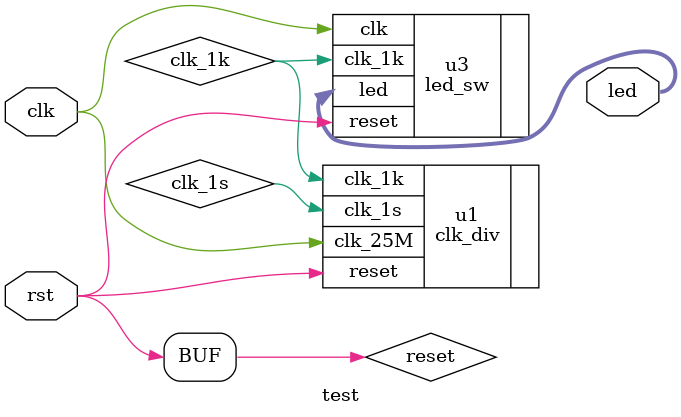
<source format=v>
module test(
	input clk, rst,
	output [15:0] led
);

	wire reset;
	assign reset = rst;
	
	wire clk_1k, clk_1s;

	clk_div u1(.clk_25M(clk), .reset(reset), .clk_1k(clk_1k), .clk_1s(clk_1s));
	
	led_sw u3(.clk(clk), .clk_1k(clk_1k), .reset(reset), .led(led));

endmodule

</source>
